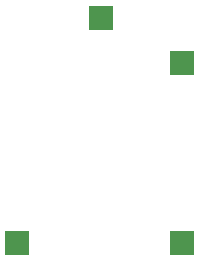
<source format=gbs>
G04 #@! TF.FileFunction,Soldermask,Bot*
%FSLAX46Y46*%
G04 Gerber Fmt 4.6, Leading zero omitted, Abs format (unit mm)*
G04 Created by KiCad (PCBNEW (2015-10-08 BZR 6256, Git 7d5cb75)-product) date Fri 09 Oct 2015 09:14:55 PM CEST*
%MOMM*%
G01*
G04 APERTURE LIST*
%ADD10C,0.100000*%
%ADD11R,2.050000X2.050000*%
G04 APERTURE END LIST*
D10*
D11*
X184900000Y-25400000D03*
X191770000Y-29210000D03*
X177800000Y-44450000D03*
X191770000Y-44450000D03*
M02*

</source>
